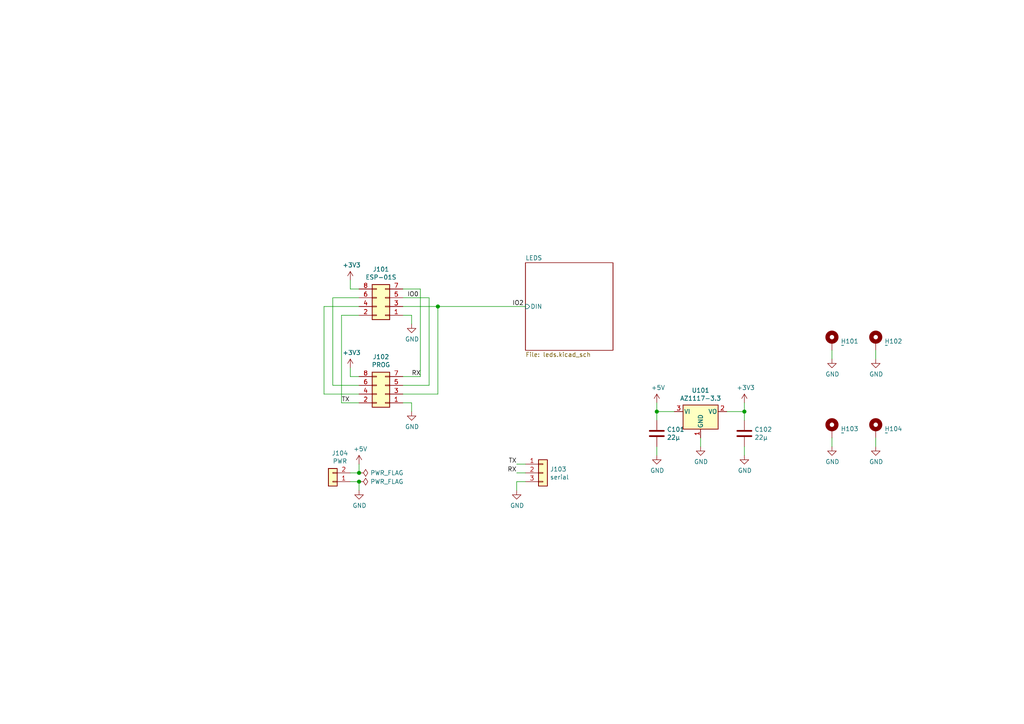
<source format=kicad_sch>
(kicad_sch (version 20210406) (generator eeschema)
  (paper "A4")
  (title_block (title "Blinkenlights LED Backlight") (date "2021-09-24") (rev "v0.1") (company "Benedikt Spranger") (comment 1 "SPDX-License-Identifier: CERN-OHL-S-2.0") (comment 2 "https://ohwr.org/cern_ohl_s_v2.txt") (comment 3 "To view a copy of this license, visit") (comment 4 "This work is licensed under the CERN-OHL-S v2"))
  (lib_symbols
    (symbol "Connector_Generic:Conn_01x02" (pin_names (offset 1.016) hide)
      (property "Reference" "J" (at 0 2.54 0))
      (property "Value" "Conn_01x02" (at 0 -5.08 0))
      (symbol "Conn_01x02_1_1"
        (rectangle (start -1.27 -2.413) (end 0 -2.667) (stroke (width 0.1524)))
        (rectangle (start -1.27 0.127) (end 0 -0.127) (stroke (width 0.1524)))
        (rectangle (start -1.27 1.27) (end 1.27 -3.81) (stroke (width 0.254)) (fill (type background)))
        (pin passive line (at -5.08 0 0) (length 3.81) (name "Pin_1") (number "1"))
        (pin passive line (at -5.08 -2.54 0) (length 3.81) (name "Pin_2") (number "2"))
      )
    )
    (symbol "Connector_Generic:Conn_01x03" (pin_names (offset 1.016) hide)
      (property "Reference" "J" (at 0 5.08 0))
      (property "Value" "Conn_01x03" (at 0 -5.08 0))
      (symbol "Conn_01x03_1_1"
        (rectangle (start -1.27 -2.413) (end 0 -2.667) (stroke (width 0.1524)))
        (rectangle (start -1.27 0.127) (end 0 -0.127) (stroke (width 0.1524)))
        (rectangle (start -1.27 2.667) (end 0 2.413) (stroke (width 0.1524)))
        (rectangle (start -1.27 3.81) (end 1.27 -3.81) (stroke (width 0.254)) (fill (type background)))
        (pin passive line (at -5.08 2.54 0) (length 3.81) (name "Pin_1") (number "1"))
        (pin passive line (at -5.08 0 0) (length 3.81) (name "Pin_2") (number "2"))
        (pin passive line (at -5.08 -2.54 0) (length 3.81) (name "Pin_3") (number "3"))
      )
    )
    (symbol "Connector_Generic:Conn_02x04_Odd_Even" (pin_names (offset 1.016) hide)
      (property "Reference" "J" (at 1.27 5.08 0))
      (property "Value" "Conn_02x04_Odd_Even" (at 1.27 -7.62 0))
      (symbol "Conn_02x04_Odd_Even_1_1"
        (rectangle (start -1.27 -4.953) (end 0 -5.207) (stroke (width 0.1524)))
        (rectangle (start -1.27 -2.413) (end 0 -2.667) (stroke (width 0.1524)))
        (rectangle (start -1.27 0.127) (end 0 -0.127) (stroke (width 0.1524)))
        (rectangle (start -1.27 2.667) (end 0 2.413) (stroke (width 0.1524)))
        (rectangle (start 3.81 -4.953) (end 2.54 -5.207) (stroke (width 0.1524)))
        (rectangle (start 3.81 -2.413) (end 2.54 -2.667) (stroke (width 0.1524)))
        (rectangle (start 3.81 0.127) (end 2.54 -0.127) (stroke (width 0.1524)))
        (rectangle (start 3.81 2.667) (end 2.54 2.413) (stroke (width 0.1524)))
        (rectangle (start -1.27 3.81) (end 3.81 -6.35) (stroke (width 0.254)) (fill (type background)))
        (pin passive line (at -5.08 2.54 0) (length 3.81) (name "Pin_1") (number "1"))
        (pin passive line (at 7.62 2.54 180) (length 3.81) (name "Pin_2") (number "2"))
        (pin passive line (at -5.08 0 0) (length 3.81) (name "Pin_3") (number "3"))
        (pin passive line (at 7.62 0 180) (length 3.81) (name "Pin_4") (number "4"))
        (pin passive line (at -5.08 -2.54 0) (length 3.81) (name "Pin_5") (number "5"))
        (pin passive line (at 7.62 -2.54 180) (length 3.81) (name "Pin_6") (number "6"))
        (pin passive line (at -5.08 -5.08 0) (length 3.81) (name "Pin_7") (number "7"))
        (pin passive line (at 7.62 -5.08 180) (length 3.81) (name "Pin_8") (number "8"))
      )
    )
    (symbol "Device:C" (pin_numbers hide) (pin_names (offset 0.254))
      (property "Reference" "C" (at 0.635 2.54 0))
      (property "Value" "C" (at 0.635 -2.54 0))
      (symbol "C_0_1"
        (polyline (pts (xy -2.032 -0.762) (xy 2.032 -0.762)) (stroke (width 0.508)))
        (polyline (pts (xy -2.032 0.762) (xy 2.032 0.762)) (stroke (width 0.508)))
      )
      (symbol "C_1_1"
        (pin passive line (at 0 3.81 270) (length 2.794) (name "~") (number "1"))
        (pin passive line (at 0 -3.81 90) (length 2.794) (name "~") (number "2"))
      )
    )
    (symbol "Mechanical:MountingHole_Pad" (pin_numbers hide) (pin_names (offset 1.016) hide)
      (property "Reference" "H" (at 0 6.35 0))
      (property "Value" "MountingHole_Pad" (at 0 4.445 0))
      (symbol "MountingHole_Pad_0_1"
        (circle (center 0 1.27) (radius 1.27) (stroke (width 1.27)))
      )
      (symbol "MountingHole_Pad_1_1"
        (pin input line (at 0 -2.54 90) (length 2.54) (name "1") (number "1"))
      )
    )
    (symbol "Regulator_Linear:AZ1117-3.3" (pin_names (offset 0.254))
      (property "Reference" "U" (at -3.81 3.175 0))
      (property "Value" "AZ1117-3.3" (at 0 3.175 0))
      (symbol "AZ1117-3.3_0_1"
        (rectangle (start -5.08 1.905) (end 5.08 -5.08) (stroke (width 0.254)) (fill (type background)))
      )
      (symbol "AZ1117-3.3_1_1"
        (pin power_in line (at 0 -7.62 90) (length 2.54) (name "GND") (number "1"))
        (pin power_out line (at 7.62 0 180) (length 2.54) (name "VO") (number "2"))
        (pin power_in line (at -7.62 0 0) (length 2.54) (name "VI") (number "3"))
      )
    )
    (symbol "power:+3V3" (power) (pin_names (offset 0))
      (property "Value" "+3V3" (at 0 3.556 0))
      (symbol "+3V3_0_1"
        (polyline (pts (xy -0.762 1.27) (xy 0 2.54)))
        (polyline (pts (xy 0 0) (xy 0 2.54)))
        (polyline (pts (xy 0 2.54) (xy 0.762 1.27)))
      )
      (symbol "+3V3_1_1"
        (pin power_in line (at 0 0 90) (length 0) hide (name "+3V3") (number "1"))
      )
    )
    (symbol "power:+5V" (power) (pin_names (offset 0))
      (property "Value" "+5V" (at 0 3.556 0))
      (symbol "+5V_0_1"
        (polyline (pts (xy -0.762 1.27) (xy 0 2.54)))
        (polyline (pts (xy 0 0) (xy 0 2.54)))
        (polyline (pts (xy 0 2.54) (xy 0.762 1.27)))
      )
      (symbol "+5V_1_1"
        (pin power_in line (at 0 0 90) (length 0) hide (name "+5V") (number "1"))
      )
    )
    (symbol "power:GND" (power) (pin_names (offset 0))
      (property "Value" "GND" (at 0 -3.81 0))
      (symbol "GND_0_1"
        (polyline (pts (xy 0 0) (xy 0 -1.27) (xy 1.27 -1.27) (xy 0 -2.54) (xy -1.27 -1.27) (xy 0 -1.27)))
      )
      (symbol "GND_1_1"
        (pin power_in line (at 0 0 270) (length 0) hide (name "GND") (number "1"))
      )
    )
    (symbol "power:PWR_FLAG" (power) (pin_numbers hide) (pin_names (offset 0) hide)
      (property "Value" "PWR_FLAG" (at 0 3.81 0))
      (symbol "PWR_FLAG_0_0"
        (pin power_out line (at 0 0 90) (length 0) (name "pwr") (number "1"))
      )
      (symbol "PWR_FLAG_0_1"
        (polyline (pts (xy 0 0) (xy 0 1.27) (xy -1.016 1.905) (xy 0 2.54) (xy 1.016 1.905) (xy 0 1.27)))
      )
    )
  )
  (junction (at 104.14 137.16) (diameter 1.016))
  (junction (at 104.14 139.7) (diameter 1.016))
  (junction (at 127 88.9) (diameter 1.016))
  (junction (at 190.5 119.38) (diameter 1.016))
  (junction (at 215.9 119.38) (diameter 1.016))
  (wire (pts (xy 93.98 88.9) (xy 104.14 88.9)))
  (wire (pts (xy 93.98 114.3) (xy 93.98 88.9)))
  (wire (pts (xy 96.52 86.36) (xy 104.14 86.36)))
  (wire (pts (xy 96.52 111.76) (xy 96.52 86.36)))
  (wire (pts (xy 99.06 91.44) (xy 99.06 116.84)))
  (wire (pts (xy 99.06 116.84) (xy 104.14 116.84)))
  (wire (pts (xy 101.6 83.82) (xy 101.6 81.28)))
  (wire (pts (xy 101.6 109.22) (xy 101.6 106.68)))
  (wire (pts (xy 101.6 139.7) (xy 104.14 139.7)))
  (wire (pts (xy 104.14 83.82) (xy 101.6 83.82)))
  (wire (pts (xy 104.14 91.44) (xy 99.06 91.44)))
  (wire (pts (xy 104.14 109.22) (xy 101.6 109.22)))
  (wire (pts (xy 104.14 111.76) (xy 96.52 111.76)))
  (wire (pts (xy 104.14 114.3) (xy 93.98 114.3)))
  (wire (pts (xy 104.14 134.62) (xy 104.14 137.16)))
  (wire (pts (xy 104.14 137.16) (xy 101.6 137.16)))
  (wire (pts (xy 104.14 139.7) (xy 104.14 142.24)))
  (wire (pts (xy 116.84 83.82) (xy 121.92 83.82)))
  (wire (pts (xy 116.84 86.36) (xy 124.46 86.36)))
  (wire (pts (xy 116.84 88.9) (xy 127 88.9)))
  (wire (pts (xy 116.84 91.44) (xy 119.38 91.44)))
  (wire (pts (xy 116.84 109.22) (xy 121.92 109.22)))
  (wire (pts (xy 116.84 116.84) (xy 119.38 116.84)))
  (wire (pts (xy 119.38 91.44) (xy 119.38 93.98)))
  (wire (pts (xy 119.38 116.84) (xy 119.38 119.38)))
  (wire (pts (xy 121.92 83.82) (xy 121.92 109.22)))
  (wire (pts (xy 124.46 86.36) (xy 124.46 111.76)))
  (wire (pts (xy 124.46 111.76) (xy 116.84 111.76)))
  (wire (pts (xy 127 88.9) (xy 127 114.3)))
  (wire (pts (xy 127 114.3) (xy 116.84 114.3)))
  (wire (pts (xy 149.86 134.62) (xy 152.4 134.62)))
  (wire (pts (xy 149.86 137.16) (xy 152.4 137.16)))
  (wire (pts (xy 149.86 139.7) (xy 149.86 142.24)))
  (wire (pts (xy 152.4 88.9) (xy 127 88.9)))
  (wire (pts (xy 152.4 139.7) (xy 149.86 139.7)))
  (wire (pts (xy 190.5 116.84) (xy 190.5 119.38)))
  (wire (pts (xy 190.5 119.38) (xy 190.5 121.92)))
  (wire (pts (xy 190.5 129.54) (xy 190.5 132.08)))
  (wire (pts (xy 195.58 119.38) (xy 190.5 119.38)))
  (wire (pts (xy 203.2 127) (xy 203.2 129.54)))
  (wire (pts (xy 210.82 119.38) (xy 215.9 119.38)))
  (wire (pts (xy 215.9 116.84) (xy 215.9 119.38)))
  (wire (pts (xy 215.9 119.38) (xy 215.9 121.92)))
  (wire (pts (xy 215.9 129.54) (xy 215.9 132.08)))
  (wire (pts (xy 241.3 101.6) (xy 241.3 104.14)))
  (wire (pts (xy 241.3 127) (xy 241.3 129.54)))
  (wire (pts (xy 254 101.6) (xy 254 104.14)))
  (wire (pts (xy 254 127) (xy 254 129.54)))
  (label "TX" (at 99.06 116.84 0))
  (label "IO0" (at 118.11 86.36 0))
  (label "RX" (at 119.38 109.22 0))
  (label "IO2" (at 148.59 88.9 0))
  (label "TX" (at 149.86 134.62 180))
  (label "RX" (at 149.86 137.16 180))
  (symbol (lib_id "power:+3V3") (at 101.6 81.28 0) (unit 1)
    (property "Reference" "#PWR?" (effects hide))
    (property "Value" "+3V3" (at 101.981 76.8858 0))
  )
  (symbol (lib_id "power:+3V3") (at 101.6 106.68 0) (unit 1)
    (property "Reference" "#PWR?" (effects hide))
    (property "Value" "+3V3" (at 101.981 102.2858 0))
  )
  (symbol (lib_id "power:+5V") (at 104.14 134.62 0) (unit 1)
    (property "Reference" "#PWR?" (effects hide))
    (property "Value" "+5V" (at 104.521 130.2258 0))
  )
  (symbol (lib_id "power:+5V") (at 190.5 116.84 0) (unit 1)
    (property "Reference" "#PWR?" (effects hide))
    (property "Value" "+5V" (at 190.881 112.4458 0))
  )
  (symbol (lib_id "power:+3V3") (at 215.9 116.84 0) (unit 1)
    (property "Reference" "#PWR?" (effects hide))
    (property "Value" "+3V3" (at 216.281 112.4458 0))
  )
  (symbol (lib_id "power:PWR_FLAG") (at 104.14 137.16 270) (unit 1)
    (property "Reference" "#FLG?" (effects hide))
    (property "Value" "PWR_FLAG" (at 107.3912 137.16 90) (effects (justify left)))
  )
  (symbol (lib_id "power:PWR_FLAG") (at 104.14 139.7 270) (unit 1)
    (property "Reference" "#FLG?" (effects hide))
    (property "Value" "PWR_FLAG" (at 107.3912 139.7 90) (effects (justify left)))
  )
  (symbol (lib_id "power:GND") (at 104.14 142.24 0) (unit 1)
    (property "Reference" "#PWR?" (effects hide))
    (property "Value" "GND" (at 104.267 146.6342 0))
  )
  (symbol (lib_id "power:GND") (at 119.38 93.98 0) (unit 1)
    (property "Reference" "#PWR?" (effects hide))
    (property "Value" "GND" (at 119.507 98.3742 0))
  )
  (symbol (lib_id "power:GND") (at 119.38 119.38 0) (unit 1)
    (property "Reference" "#PWR?" (effects hide))
    (property "Value" "GND" (at 119.507 123.7742 0))
  )
  (symbol (lib_id "power:GND") (at 149.86 142.24 0) (unit 1)
    (property "Reference" "#PWR?" (effects hide))
    (property "Value" "GND" (at 149.987 146.6342 0))
  )
  (symbol (lib_id "power:GND") (at 190.5 132.08 0) (unit 1)
    (property "Reference" "#PWR?" (effects hide))
    (property "Value" "GND" (at 190.627 136.4742 0))
  )
  (symbol (lib_id "power:GND") (at 203.2 129.54 0) (unit 1)
    (property "Reference" "#PWR?" (effects hide))
    (property "Value" "GND" (at 203.327 133.9342 0))
  )
  (symbol (lib_id "power:GND") (at 215.9 132.08 0) (unit 1)
    (property "Reference" "#PWR?" (effects hide))
    (property "Value" "GND" (at 216.027 136.4742 0))
  )
  (symbol (lib_id "power:GND") (at 241.3 104.14 0) (unit 1)
    (property "Reference" "#PWR?" (effects hide))
    (property "Value" "GND" (at 241.427 108.5342 0))
  )
  (symbol (lib_id "power:GND") (at 241.3 129.54 0) (unit 1)
    (property "Reference" "#PWR?" (effects hide))
    (property "Value" "GND" (at 241.427 133.9342 0))
  )
  (symbol (lib_id "power:GND") (at 254 104.14 0) (unit 1)
    (property "Reference" "#PWR?" (effects hide))
    (property "Value" "GND" (at 254.127 108.5342 0))
  )
  (symbol (lib_id "power:GND") (at 254 129.54 0) (unit 1)
    (property "Reference" "#PWR?" (effects hide))
    (property "Value" "GND" (at 254.127 133.9342 0))
  )
  (symbol (lib_id "Mechanical:MountingHole_Pad") (at 241.3 99.06 0) (unit 1)
    (property "Reference" "H101" (at 243.84 98.9838 0) (effects (justify left)))
    (property "Value" "~" (at 243.84 100.1268 0) (effects (justify left)))
    (property "Footprint" "MountingHole:MountingHole_4.3mm_M4_ISO14580_Pad" (effects hide))
  )
  (symbol (lib_id "Mechanical:MountingHole_Pad") (at 241.3 124.46 0) (unit 1)
    (property "Reference" "H103" (at 243.84 124.3838 0) (effects (justify left)))
    (property "Value" "~" (at 243.84 125.5268 0) (effects (justify left)))
    (property "Footprint" "MountingHole:MountingHole_4.3mm_M4_ISO14580_Pad" (effects hide))
  )
  (symbol (lib_id "Mechanical:MountingHole_Pad") (at 254 99.06 0) (unit 1)
    (property "Reference" "H102" (at 256.54 98.9838 0) (effects (justify left)))
    (property "Value" "~" (at 256.54 100.1268 0) (effects (justify left)))
    (property "Footprint" "MountingHole:MountingHole_4.3mm_M4_ISO14580_Pad" (effects hide))
  )
  (symbol (lib_id "Mechanical:MountingHole_Pad") (at 254 124.46 0) (unit 1)
    (property "Reference" "H104" (at 256.54 124.3838 0) (effects (justify left)))
    (property "Value" "~" (at 256.54 125.5268 0) (effects (justify left)))
    (property "Footprint" "MountingHole:MountingHole_4.3mm_M4_ISO14580_Pad" (effects hide))
  )
  (symbol (lib_id "Connector_Generic:Conn_01x02") (at 96.52 139.7 180) (unit 1)
    (property "Reference" "J104" (at 98.6028 131.445 0))
    (property "Value" "PWR" (at 98.6028 133.7564 0))
    (property "Footprint" "TerminalBlock_WAGO:TerminalBlock_WAGO_236-102_1x02_P5.00mm_45Degree" (effects hide))
  )
  (symbol (lib_id "Device:C") (at 190.5 125.73 0) (unit 1)
    (property "Reference" "C101" (at 193.421 124.5616 0) (effects (justify left)))
    (property "Value" "22µ" (at 193.421 126.873 0) (effects (justify left)))
    (property "Footprint" "Capacitor_Tantalum_SMD:CP_EIA-3528-21_Kemet-B" (effects hide))
    (property "Manufacture" "CEC(Shenzhen Zhenhua XinYun Elec)" (effects hide))
    (property "ManuPart#" "CA45-B-16V-22uF-K" (effects hide))
    (property "Distributor" "JLCPCB" (effects hide))
    (property "DistribPart#" "C129568" (effects hide))
    (property "Description" "5Ω 100kHz 22uF -55℃~+125℃ 16V ±10% CASE-B_3528 Tantalum Capacitors ROHS" (effects hide))
    (property "assemble" "y" (effects hide))
    (property "LCSC" "C129568" (effects hide))
  )
  (symbol (lib_id "Device:C") (at 215.9 125.73 0) (unit 1)
    (property "Reference" "C102" (at 218.821 124.5616 0) (effects (justify left)))
    (property "Value" "22µ" (at 218.821 126.873 0) (effects (justify left)))
    (property "Footprint" "Capacitor_Tantalum_SMD:CP_EIA-3528-21_Kemet-B" (effects hide))
    (property "Manufacture" "CEC(Shenzhen Zhenhua XinYun Elec)" (effects hide))
    (property "ManuPart#" "CA45-B-16V-22uF-K" (effects hide))
    (property "Distributor" "JLCPCB" (effects hide))
    (property "DistribPart#" "C129568" (effects hide))
    (property "Description" "5Ω 100kHz 22uF -55℃~+125℃ 16V ±10% CASE-B_3528 Tantalum Capacitors ROHS" (effects hide))
    (property "assemble" "y" (effects hide))
    (property "LCSC" "C129568" (effects hide))
  )
  (symbol (lib_id "Connector_Generic:Conn_01x03") (at 157.48 137.16 0) (unit 1)
    (property "Reference" "J103" (at 159.512 136.0932 0) (effects (justify left)))
    (property "Value" "serial" (at 159.512 138.4046 0) (effects (justify left)))
    (property "Footprint" "Connector_PinHeader_2.54mm:PinHeader_1x03_P2.54mm_Vertical" (effects hide))
  )
  (symbol (lib_id "Connector_Generic:Conn_02x04_Odd_Even") (at 111.76 88.9 180) (unit 1)
    (property "Reference" "J101" (at 110.49 78.105 0))
    (property "Value" "ESP-01S" (at 110.49 80.4164 0))
    (property "Footprint" "Connector_PinSocket_2.54mm:PinSocket_2x04_P2.54mm_Vertical" (effects hide))
    (property "Manufacture" "Ai-Thinker" (effects hide))
    (property "ManuPart#" "ESP-01S" (effects hide))
    (property "Distributor" "JLCPCB" (effects hide))
    (property "DistribPart#" "C503582" (effects hide))
    (property "Description" "Module WiFi Modules ROHS" (effects hide))
    (property "assemble" "y" (effects hide))
    (property "LCSC" "C503582" (effects hide))
  )
  (symbol (lib_id "Connector_Generic:Conn_02x04_Odd_Even") (at 111.76 114.3 180) (unit 1)
    (property "Reference" "J102" (at 110.49 103.505 0))
    (property "Value" "PROG" (at 110.49 105.8164 0))
    (property "Footprint" "Connector_PinHeader_2.54mm:PinHeader_2x04_P2.54mm_Vertical_SMD" (effects hide))
    (property "Manufacture" "BOOMELE(Boom Precision Elec)" (effects hide))
    (property "ManuPart#" "C192300" (effects hide))
    (property "Distributor" "JLCPCB" (effects hide))
    (property "DistribPart#" "C192300" (effects hide))
    (property "Description" "2.54mm 2 8 Surface Mount Header，Breakaway SMD Pin Header & Female Header ROHS" (effects hide))
    (property "assemble" "y" (effects hide))
    (property "LCSC" "C192300" (effects hide))
  )
  (symbol (lib_id "Regulator_Linear:AZ1117-3.3") (at 203.2 119.38 0) (unit 1)
    (property "Reference" "U101" (at 203.2 113.2332 0))
    (property "Value" "AZ1117-3.3" (at 203.2 115.5446 0))
    (property "Footprint" "Package_TO_SOT_SMD:SOT-223-3_TabPin2" (effects hide))
    (property "Datasheet" "https://www.diodes.com/assets/Datasheets/AZ1117.pdf" (effects hide))
    (property "Manufacture" "Advanced Monolithic Systems" (effects hide))
    (property "ManuPart#" "AMS1117-3.3" (effects hide))
    (property "Distributor" "JLCPCB" (effects hide))
    (property "DistribPart#" "C6186" (effects hide))
    (property "Description" "15V 1.3V @ 800mA - - Fixed 3.3V SOT-223 Linear Voltage Regulators (LDO) ROHS" (effects hide))
    (property "assemble" "y" (effects hide))
  )
  (sheet (at 152.4 76.2) (size 25.4 25.4)
    (property "Schaltplanname" "LEDS" (at 152.4 75.5645 0) (effects (justify left bottom)))
    (property "Dateiname Blatt" "leds.kicad_sch" (at 152.4 102.1085 0) (effects (justify left top)))
    (pin "DIN" input (at 152.4 88.9 180))
  )
)
</source>
